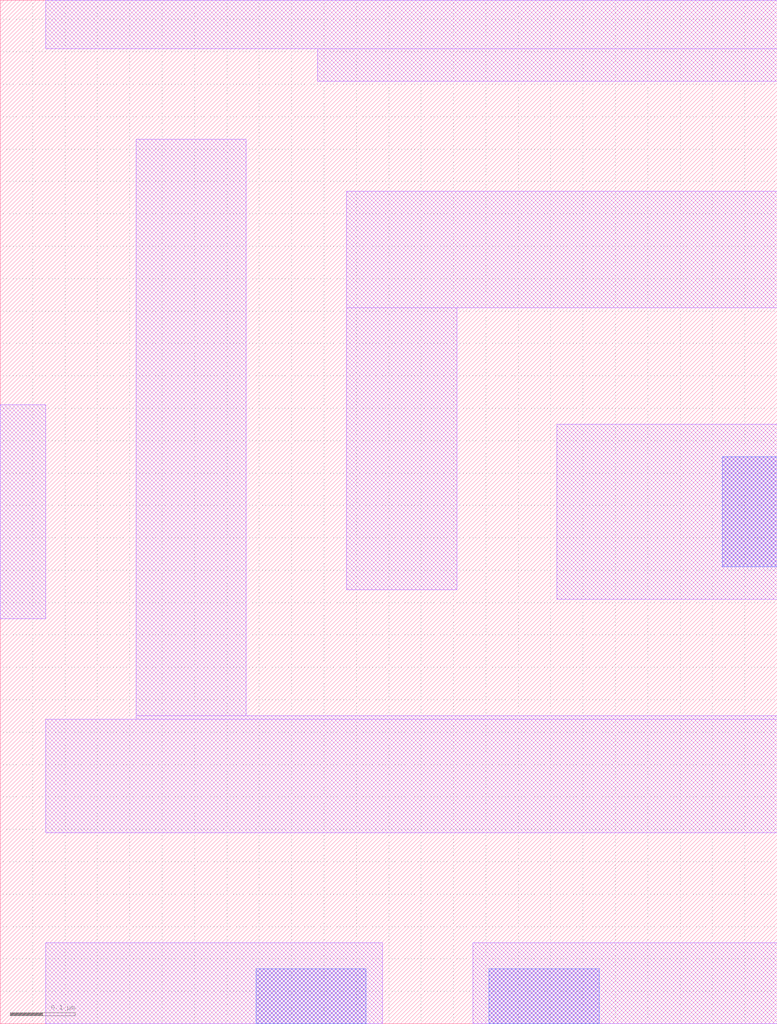
<source format=lef>
# Copyright 2020 The SkyWater PDK Authors
#
# Licensed under the Apache License, Version 2.0 (the "License");
# you may not use this file except in compliance with the License.
# You may obtain a copy of the License at
#
#     https://www.apache.org/licenses/LICENSE-2.0
#
# Unless required by applicable law or agreed to in writing, software
# distributed under the License is distributed on an "AS IS" BASIS,
# WITHOUT WARRANTIES OR CONDITIONS OF ANY KIND, either express or implied.
# See the License for the specific language governing permissions and
# limitations under the License.
#
# SPDX-License-Identifier: Apache-2.0

VERSION 5.7 ;
  NOWIREEXTENSIONATPIN ON ;
  DIVIDERCHAR "/" ;
  BUSBITCHARS "[]" ;
MACRO sky130_fd_bd_sram__sram_dp_cell_half_limcon_optb
  CLASS BLOCK ;
  FOREIGN sky130_fd_bd_sram__sram_dp_cell_half_limcon_optb ;
  ORIGIN  0.000000  0.000000 ;
  SIZE  1.200000 BY  1.580000 ;
  OBS
    LAYER li1 ;
      RECT 0.000000 0.625000 0.070000 0.955000 ;
      RECT 0.070000 0.000000 0.590000 0.125000 ;
      RECT 0.070000 0.295000 1.200000 0.470000 ;
      RECT 0.070000 1.505000 1.200000 1.580000 ;
      RECT 0.210000 0.470000 1.200000 0.475000 ;
      RECT 0.210000 0.475000 0.380000 1.365000 ;
      RECT 0.490000 1.455000 1.200000 1.505000 ;
      RECT 0.535000 0.670000 0.705000 1.105000 ;
      RECT 0.535000 1.105000 1.200000 1.285000 ;
      RECT 0.730000 0.000000 1.200000 0.125000 ;
      RECT 0.860000 0.655000 1.200000 0.925000 ;
    LAYER mcon ;
      RECT 0.395000 0.000000 0.565000 0.085000 ;
      RECT 0.755000 0.000000 0.925000 0.085000 ;
      RECT 1.115000 0.705000 1.200000 0.875000 ;
    LAYER met1 ;
      RECT 0.395000 0.000000 0.565000 0.085000 ;
      RECT 0.755000 0.000000 0.925000 0.085000 ;
      RECT 1.115000 0.705000 1.200000 0.875000 ;
  END
END sky130_fd_bd_sram__sram_dp_cell_half_limcon_optb
END LIBRARY

</source>
